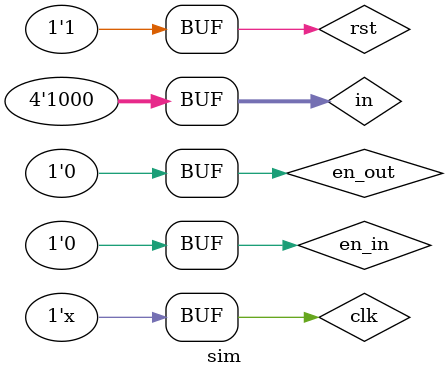
<source format=v>
`timescale 1ns / 1ps


module sim();
reg en_out,en_in,rst,clk;
reg [3:0] in;
//wire [3:0] out0;wire [3:0] out1;
//wire [3:0] out2;wire [3:0] out3;
//wire [3:0] out4;wire [3:0] out5;
//wire [3:0] out6;wire [3:0] out7;wire [3:0] counter;
//wire [2:0] head;
//wire [2:0] tail;
wire empty,full;
wire [3:0] out;
top DUT(
    .en_out(en_out),.in(in),.en_in(en_in),.rst(rst),.clk(clk),
    .an(),.seg(),.dp(),
    .out(out),.empty(empty),.full(full)
    //.out0(out0),.out1(out1),.out2(out2),.out3(out3),.out4(out4),.out5(out5),.out6(out6),.out7(out7),
    //.counter(counter),.head_add(head),.tail_add(tail)
);
    initial begin
        clk = 1'b0;
        rst = 1'b0;
        #6  rst = 1'b0;
        #6  rst = 1'b1;
        #5 en_in = 1'b1;#1 en_in = 1'b1;
        #5 en_in = 1'b1;#1 en_in = 1'b0;
        #5 en_in = 1'b1;#1 en_in = 1'b0;
        #5 en_in = 1'b1;#1 en_in = 1'b0;
        #5 en_in = 1'b1;#1 en_in = 1'b0;
        #5 en_in = 1'b1;#1 en_in = 1'b0;
        #5 en_in = 1'b1;#1 en_in = 1'b0;
        #5 en_out = 1'b1;#1 en_out = 1'b0;
        #5 en_out = 1'b1;#1 en_out = 1'b0;
        #5 en_out = 1'b1;#1 en_out = 1'b0;
        #5 en_out = 1'b1;#1 en_out = 1'b0;
    end
    initial begin
        in = 4'h1;
        #7 in = 4'h1;
        #7 in = 4'h2;
        #7 in = 4'h3;
        #7 in = 4'h4;
        #7 in = 4'h5;
        #7 in = 4'h6;
        #7 in = 4'h7;
        #7 in = 4'h8;
    end
    always #1 clk = ~clk;
endmodule

</source>
